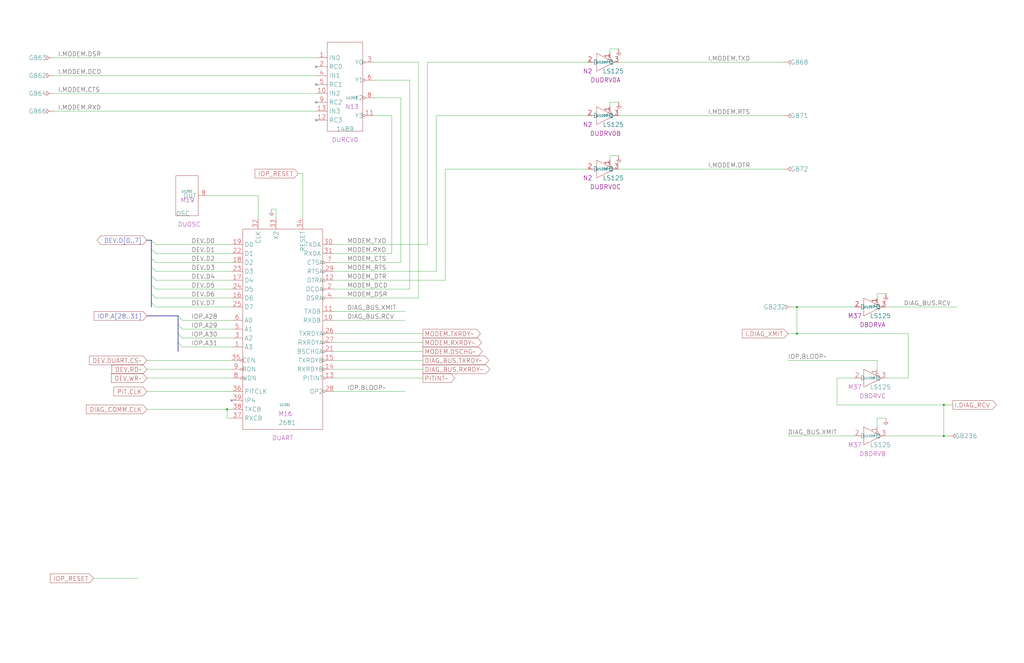
<source format=kicad_sch>
(kicad_sch (version 20220126) (generator eeschema)
  (paper "User" 584.2 378.46)
  (title_block (title "DEVICES\\nPIT / MODEM / DIAG BUS") (date "22-SEP-90") (rev "2.0") (comment 1 "IOC") (comment 2 "232-003061") (comment 3 "S400") (comment 4 "RELEASED"))
  (lib_symbols
    (symbol "r1000:1489" (pin_names (offset 1.016))
      (property "Reference" "U" (at 2.54 5.08 0))
      (property "Value" "1489" (at -6.35 -12.7 0))
      (property "Location" "___" (at -1.27 0 0))
      (property "Name" "______" (at -1.27 -20.32 0))
      (symbol "1489_1_1"
        (rectangle (start -11.43 36.83) (end 8.89 -13.97))
        (circle (center 9.525 -5.08) (radius 0.635))
        (circle (center 9.525 5.08) (radius 0.635))
        (circle (center 9.525 15.24) (radius 0.635))
        (circle (center 9.525 25.4) (radius 0.635))
        (pin input line (at -17.78 27.94 0) (length 6.35) (name "IN0") (number "1"))
        (pin input line (at -17.78 7.62 0) (length 6.35) (name "IN2") (number "10"))
        (pin output line (at 15.24 -5.08 180) (length 5.08) (name "Y3") (number "11"))
        (pin input line (at -17.78 -7.62 0) (length 6.35) (name "RC3") (number "12"))
        (pin input line (at -17.78 -2.54 0) (length 6.35) (name "IN3") (number "13"))
        (pin input line (at -17.78 22.86 0) (length 6.35) (name "RC0") (number "2"))
        (pin output line (at 15.24 25.4 180) (length 5.08) (name "Y0") (number "3"))
        (pin input line (at -17.78 17.78 0) (length 6.35) (name "IN1") (number "4"))
        (pin input line (at -17.78 12.7 0) (length 6.35) (name "RC1") (number "5"))
        (pin output line (at 15.24 15.24 180) (length 5.08) (name "Y1") (number "6"))
        (pin output line (at 15.24 5.08 180) (length 5.08) (name "Y2") (number "8"))
        (pin input line (at -17.78 2.54 0) (length 6.35) (name "RC2") (number "9"))
      )
    )
    (symbol "r1000:2681" (pin_names (offset 1.016))
      (property "Reference" "U" (at 2.54 5.08 0))
      (property "Value" "2681" (at -1.27 -5.08 0))
      (property "Location" "___" (at -1.27 0 0))
      (property "Name" "______" (at 1.27 -15.24 0))
      (symbol "2681_1_1"
        (circle (center -22.225 20.32) (radius 0.635))
        (circle (center -22.225 25.4) (radius 0.635))
        (circle (center -22.225 30.48) (radius 0.635))
        (rectangle (start -21.59 105.41) (end 24.13 -8.89))
        (circle (center 24.765 12.7) (radius 0.635))
        (circle (center 24.765 20.32) (radius 0.635))
        (circle (center 24.765 25.4) (radius 0.635))
        (circle (center 24.765 30.48) (radius 0.635))
        (circle (center 24.765 35.56) (radius 0.635))
        (circle (center 24.765 40.64) (radius 0.635))
        (circle (center 24.765 45.72) (radius 0.635))
        (circle (center 24.765 66.04) (radius 0.635))
        (circle (center 24.765 71.12) (radius 0.635))
        (circle (center 24.765 76.2) (radius 0.635))
        (circle (center 24.765 81.28) (radius 0.635))
        (circle (center 24.765 86.36) (radius 0.635))
        (pin input line (at -27.94 38.1 0) (length 6.35) (name "A3") (number "1"))
        (pin input line (at 30.48 53.34 180) (length 6.35) (name "RXDB") (number "10"))
        (pin output line (at 30.48 58.42 180) (length 6.35) (name "TXDB") (number "11"))
        (pin output line (at 30.48 76.2 180) (length 5.08) (name "DTRA") (number "12"))
        (pin output line (at 30.48 20.32 180) (length 5.08) (name "PITINT") (number "13"))
        (pin output line (at 30.48 25.4 180) (length 5.08) (name "RXRDYB") (number "14"))
        (pin output line (at 30.48 30.48 180) (length 5.08) (name "TXRDYB") (number "15"))
        (pin tri_state line (at -27.94 66.04 0) (length 6.35) (name "D6") (number "16"))
        (pin tri_state line (at -27.94 76.2 0) (length 6.35) (name "D4") (number "17"))
        (pin tri_state line (at -27.94 86.36 0) (length 6.35) (name "D2") (number "18"))
        (pin tri_state line (at -27.94 96.52 0) (length 6.35) (name "D0") (number "19"))
        (pin input line (at 30.48 71.12 180) (length 5.08) (name "DCDA") (number "2"))
        (pin output line (at 30.48 35.56 180) (length 5.08) (name "BSCHGA") (number "21"))
        (pin tri_state line (at -27.94 91.44 0) (length 6.35) (name "D1") (number "22"))
        (pin tri_state line (at -27.94 81.28 0) (length 6.35) (name "D3") (number "23"))
        (pin tri_state line (at -27.94 71.12 0) (length 6.35) (name "D5") (number "24"))
        (pin tri_state line (at -27.94 60.96 0) (length 6.35) (name "D7") (number "25"))
        (pin output line (at 30.48 45.72 180) (length 5.08) (name "TXRDYA") (number "26"))
        (pin output line (at 30.48 40.64 180) (length 5.08) (name "RXRDYA") (number "27"))
        (pin output line (at 30.48 12.7 180) (length 5.08) (name "OP2") (number "28"))
        (pin output line (at 30.48 81.28 180) (length 5.08) (name "RTSA") (number "29"))
        (pin input line (at -27.94 43.18 0) (length 6.35) (name "A2") (number "3"))
        (pin output line (at 30.48 96.52 180) (length 6.35) (name "TXDA") (number "30"))
        (pin input line (at 30.48 91.44 180) (length 6.35) (name "RXDA") (number "31"))
        (pin input line (at -12.7 111.76 270) (length 6.35) (name "CLK") (number "32"))
        (pin input line (at -2.54 111.76 270) (length 6.35) (name "X2") (number "33"))
        (pin input line (at 12.7 111.76 270) (length 6.35) (name "RESET") (number "34"))
        (pin input line (at -27.94 30.48 0) (length 5.08) (name "CEN") (number "35"))
        (pin input line (at -27.94 12.7 0) (length 6.35) (name "PITCLK") (number "36"))
        (pin input line (at -27.94 -2.54 0) (length 6.35) (name "RXCB") (number "37"))
        (pin input line (at -27.94 2.54 0) (length 6.35) (name "TXCB") (number "38"))
        (pin input line (at -27.94 7.62 0) (length 6.35) (name "IP4") (number "39"))
        (pin input line (at 30.48 66.04 180) (length 5.08) (name "DSRA") (number "4"))
        (pin input line (at -27.94 48.26 0) (length 6.35) (name "A1") (number "5"))
        (pin input line (at -27.94 53.34 0) (length 6.35) (name "A0") (number "6"))
        (pin input line (at 30.48 86.36 180) (length 5.08) (name "CTSA") (number "7"))
        (pin input line (at -27.94 20.32 0) (length 5.08) (name "WDN") (number "8"))
        (pin input line (at -27.94 25.4 0) (length 5.08) (name "RDN") (number "9"))
      )
    )
    (symbol "r1000:GB" (pin_numbers hide) (pin_names (offset 0) hide)
      (property "Reference" "GB" (at 3.81 0 0))
      (symbol "GB_0_1"
        (polyline (pts (xy 2.54 0) (xy 3.81 1.27) (xy 3.81 -1.27) (xy 2.54 0)) (stroke (width 0.1524)))
      )
      (symbol "GB_1_1"
        (pin bidirectional line (at 0 0 0) (length 2.54) (name "") (number "1"))
      )
    )
    (symbol "r1000:LS125"
      (property "Reference" "U" (at 0.635 0 0))
      (property "Value" "LS125" (at 6.985 -5.08 0))
      (property "Location" "___" (at -7.62 -5.08 0))
      (property "Name" "______" (at 2.54 -10.16 0))
      (symbol "LS125_0_1"
        (polyline (pts (xy -5.08 0) (xy -2.54 0)) (stroke (width 0.1524)))
        (polyline (pts (xy -2.54 5.08) (xy -2.54 -5.08)) (stroke (width 0.1524)))
        (polyline (pts (xy 7.62 0) (xy -2.54 -5.08)) (stroke (width 0.1524)))
        (polyline (pts (xy 7.62 0) (xy -2.54 5.08)) (stroke (width 0.1524)))
        (circle (center 5.08 1.905) (radius 0.635) (stroke (width 0.1524)))
      )
      (symbol "LS125_1_1"
        (pin input line (at 5.08 5.08 270) (length 2.54) (name "E") (number "1"))
        (pin input line (at -7.62 0 0) (length 2.54) (name "D") (number "2"))
        (pin tri_state line (at 10.16 0 180) (length 2.54) (name "Q") (number "3"))
      )
    )
    (symbol "r1000:OSC" (pin_names (offset 1.016))
      (property "Reference" "U" (at 2.54 5.08 0))
      (property "Value" "OSC" (at -3.81 -7.62 0))
      (property "Location" "___" (at -1.27 0 0))
      (property "Name" "______" (at 3.81 -15.24 0))
      (symbol "OSC_1_1"
        (rectangle (start -3.81 13.97) (end 8.89 -8.89))
        (pin output line (at 15.24 2.54 180) (length 6.35) (name "OUT") (number "8"))
      )
    )
    (symbol "r1000:PD" (power) (pin_numbers hide) (pin_names hide) (in_bom no)
      (symbol "PD_0_1"
        (polyline (pts (xy 0 -2.54) (xy 1.27 -2.54) (xy 0 -3.81) (xy -1.27 -2.54) (xy 0 -2.54)) (stroke (width 0.1524)))
      )
      (symbol "PD_1_1"
        (pin power_in line (at 0 0 270) (length 2.54) (name "PD") (number "1"))
      )
    )
  )
  (bus (pts (xy 101.6 180.34) (xy 101.6 185.42)))
  (bus (pts (xy 101.6 185.42) (xy 101.6 190.5)))
  (bus (pts (xy 101.6 190.5) (xy 101.6 195.58)))
  (bus (pts (xy 101.6 195.58) (xy 101.6 200.66)))
  (bus (pts (xy 83.82 137.16) (xy 86.36 137.16)))
  (bus (pts (xy 83.82 180.34) (xy 101.6 180.34)))
  (bus (pts (xy 86.36 137.16) (xy 86.36 142.24)))
  (bus (pts (xy 86.36 142.24) (xy 86.36 147.32)))
  (bus (pts (xy 86.36 147.32) (xy 86.36 152.4)))
  (bus (pts (xy 86.36 152.4) (xy 86.36 157.48)))
  (bus (pts (xy 86.36 157.48) (xy 86.36 162.56)))
  (bus (pts (xy 86.36 162.56) (xy 86.36 167.64)))
  (bus (pts (xy 86.36 167.64) (xy 86.36 172.72)))
  (bus (pts (xy 86.36 172.72) (xy 86.36 175.26)))
  (wire (pts (xy 104.14 182.88) (xy 132.08 182.88)))
  (wire (pts (xy 104.14 187.96) (xy 132.08 187.96)))
  (wire (pts (xy 104.14 193.04) (xy 132.08 193.04)))
  (wire (pts (xy 104.14 198.12) (xy 132.08 198.12)))
  (wire (pts (xy 119.38 111.76) (xy 147.32 111.76)))
  (wire (pts (xy 129.54 233.68) (xy 132.08 233.68)))
  (wire (pts (xy 129.54 238.76) (xy 129.54 233.68)))
  (wire (pts (xy 132.08 238.76) (xy 129.54 238.76)))
  (wire (pts (xy 147.32 111.76) (xy 147.32 124.46)))
  (wire (pts (xy 154.94 119.38) (xy 157.48 119.38)))
  (wire (pts (xy 157.48 119.38) (xy 157.48 124.46)))
  (wire (pts (xy 170.18 99.06) (xy 172.72 99.06)))
  (wire (pts (xy 172.72 99.06) (xy 172.72 124.46)))
  (wire (pts (xy 190.5 139.7) (xy 243.84 139.7)))
  (wire (pts (xy 190.5 144.78) (xy 223.52 144.78)))
  (wire (pts (xy 190.5 160.02) (xy 254 160.02)))
  (wire (pts (xy 190.5 165.1) (xy 233.68 165.1)))
  (wire (pts (xy 190.5 177.8) (xy 231.14 177.8)))
  (wire (pts (xy 190.5 182.88) (xy 231.14 182.88)))
  (wire (pts (xy 190.5 190.5) (xy 241.3 190.5)))
  (wire (pts (xy 190.5 195.58) (xy 241.3 195.58)))
  (wire (pts (xy 190.5 200.66) (xy 241.3 200.66)))
  (wire (pts (xy 190.5 205.74) (xy 241.3 205.74)))
  (wire (pts (xy 190.5 210.82) (xy 241.3 210.82)))
  (wire (pts (xy 190.5 215.9) (xy 241.3 215.9)))
  (wire (pts (xy 190.5 223.52) (xy 231.14 223.52)))
  (wire (pts (xy 213.36 35.56) (xy 238.76 35.56)))
  (wire (pts (xy 213.36 55.88) (xy 228.6 55.88)))
  (wire (pts (xy 223.52 144.78) (xy 223.52 66.04)))
  (wire (pts (xy 223.52 66.04) (xy 213.36 66.04)))
  (wire (pts (xy 228.6 149.86) (xy 190.5 149.86)))
  (wire (pts (xy 228.6 55.88) (xy 228.6 149.86)))
  (wire (pts (xy 233.68 165.1) (xy 233.68 45.72)))
  (wire (pts (xy 233.68 45.72) (xy 213.36 45.72)))
  (wire (pts (xy 238.76 170.18) (xy 190.5 170.18)))
  (wire (pts (xy 238.76 35.56) (xy 238.76 170.18)))
  (wire (pts (xy 243.84 139.7) (xy 243.84 35.56)))
  (wire (pts (xy 243.84 35.56) (xy 335.28 35.56)))
  (wire (pts (xy 248.92 154.94) (xy 190.5 154.94)))
  (wire (pts (xy 248.92 66.04) (xy 248.92 154.94)))
  (wire (pts (xy 254 160.02) (xy 254 96.52)))
  (wire (pts (xy 254 96.52) (xy 335.28 96.52)))
  (wire (pts (xy 30.48 33.02) (xy 180.34 33.02)))
  (wire (pts (xy 30.48 43.18) (xy 180.34 43.18)))
  (wire (pts (xy 30.48 53.34) (xy 180.34 53.34)))
  (wire (pts (xy 30.48 63.5) (xy 180.34 63.5)))
  (wire (pts (xy 335.28 66.04) (xy 248.92 66.04)))
  (wire (pts (xy 347.98 27.94) (xy 347.98 30.48)))
  (wire (pts (xy 347.98 58.42) (xy 347.98 60.96)))
  (wire (pts (xy 347.98 88.9) (xy 347.98 91.44)))
  (wire (pts (xy 353.06 27.94) (xy 347.98 27.94)))
  (wire (pts (xy 353.06 35.56) (xy 447.04 35.56)))
  (wire (pts (xy 353.06 58.42) (xy 347.98 58.42)))
  (wire (pts (xy 353.06 66.04) (xy 447.04 66.04)))
  (wire (pts (xy 353.06 88.9) (xy 347.98 88.9)))
  (wire (pts (xy 353.06 96.52) (xy 447.04 96.52)))
  (wire (pts (xy 449.58 190.5) (xy 454.66 190.5)))
  (wire (pts (xy 449.58 205.74) (xy 500.38 205.74)))
  (wire (pts (xy 449.58 248.92) (xy 487.68 248.92)))
  (wire (pts (xy 452.12 175.26) (xy 454.66 175.26)))
  (wire (pts (xy 454.66 175.26) (xy 454.66 190.5)))
  (wire (pts (xy 454.66 175.26) (xy 487.68 175.26)))
  (wire (pts (xy 454.66 190.5) (xy 518.16 190.5)))
  (wire (pts (xy 477.52 215.9) (xy 487.68 215.9)))
  (wire (pts (xy 477.52 231.14) (xy 477.52 215.9)))
  (wire (pts (xy 500.38 167.64) (xy 500.38 170.18)))
  (wire (pts (xy 500.38 205.74) (xy 500.38 210.82)))
  (wire (pts (xy 500.38 238.76) (xy 500.38 243.84)))
  (wire (pts (xy 505.46 167.64) (xy 500.38 167.64)))
  (wire (pts (xy 505.46 175.26) (xy 546.1 175.26)))
  (wire (pts (xy 505.46 238.76) (xy 500.38 238.76)))
  (wire (pts (xy 505.46 248.92) (xy 538.48 248.92)))
  (wire (pts (xy 518.16 190.5) (xy 518.16 215.9)))
  (wire (pts (xy 518.16 215.9) (xy 505.46 215.9)))
  (wire (pts (xy 53.34 330.2) (xy 78.74 330.2)))
  (wire (pts (xy 538.48 231.14) (xy 477.52 231.14)))
  (wire (pts (xy 538.48 231.14) (xy 543.56 231.14)))
  (wire (pts (xy 538.48 248.92) (xy 538.48 231.14)))
  (wire (pts (xy 538.48 248.92) (xy 541.02 248.92)))
  (wire (pts (xy 83.82 205.74) (xy 132.08 205.74)))
  (wire (pts (xy 83.82 210.82) (xy 132.08 210.82)))
  (wire (pts (xy 83.82 215.9) (xy 132.08 215.9)))
  (wire (pts (xy 83.82 223.52) (xy 132.08 223.52)))
  (wire (pts (xy 83.82 233.68) (xy 129.54 233.68)))
  (wire (pts (xy 88.9 139.7) (xy 132.08 139.7)))
  (wire (pts (xy 88.9 144.78) (xy 132.08 144.78)))
  (wire (pts (xy 88.9 149.86) (xy 132.08 149.86)))
  (wire (pts (xy 88.9 154.94) (xy 132.08 154.94)))
  (wire (pts (xy 88.9 160.02) (xy 132.08 160.02)))
  (wire (pts (xy 88.9 165.1) (xy 132.08 165.1)))
  (wire (pts (xy 88.9 170.18) (xy 132.08 170.18)))
  (wire (pts (xy 88.9 175.26) (xy 132.08 175.26)))
  (symbol (lib_id "r1000:GB") (at 30.48 33.02 0) (mirror y) (unit 1)
    (property "Reference" "GB63" (at 26.67 33.02 0) (effects (font (size 2.54 2.54)) (justify left)))
    (property "Value" "GB" (effects hide))
  )
  (symbol (lib_id "r1000:GB") (at 30.48 43.18 0) (mirror y) (unit 1)
    (property "Reference" "GB62" (at 26.67 43.18 0) (effects (font (size 2.54 2.54)) (justify left)))
    (property "Value" "GB" (effects hide))
  )
  (symbol (lib_id "r1000:GB") (at 30.48 53.34 0) (mirror y) (unit 1)
    (property "Reference" "GB64" (at 26.67 53.34 0) (effects (font (size 2.54 2.54)) (justify left)))
    (property "Value" "GB" (effects hide))
  )
  (symbol (lib_id "r1000:GB") (at 30.48 63.5 0) (mirror y) (unit 1)
    (property "Reference" "GB66" (at 26.67 63.5 0) (effects (font (size 2.54 2.54)) (justify left)))
    (property "Value" "GB" (effects hide))
  )
  (label "I.MODEM.DSR" (at 33.02 33.02 0) (effects (font (size 2.54 2.54))))
  (label "I.MODEM.DCD" (at 33.02 43.18 0) (effects (font (size 2.54 2.54))))
  (label "I.MODEM.CTS" (at 33.02 53.34 0) (effects (font (size 2.54 2.54))))
  (label "I.MODEM.RXD" (at 33.02 63.5 0) (effects (font (size 2.54 2.54))))
  (global_label "IOP_RESET" (shape input) (at 53.34 330.2 180) (effects (font (size 2.54 2.54))) (property "Intersheet References" "${INTERSHEET_REFS}" (at 28.2968 330.0413 0) (effects (font (size 1.905 1.905)) (justify right))))
  (global_label "DEV.D[0..7]" (shape bidirectional) (at 83.82 137.16 180) (effects (font (size 2.54 2.54))) (property "Intersheet References" "${INTERSHEET_REFS}" (at 57.2044 137.0013 0) (effects (font (size 1.905 1.905)) (justify right))))
  (global_label "IOP.A[28..31]" (shape input) (at 83.82 180.34 180) (effects (font (size 2.54 2.54))) (property "Intersheet References" "${INTERSHEET_REFS}" (at 53.334 180.1813 0) (effects (font (size 1.905 1.905)) (justify right))))
  (global_label "DEV.DUART.CS~" (shape input) (at 83.82 205.74 180) (effects (font (size 2.54 2.54))) (property "Intersheet References" "${INTERSHEET_REFS}" (at 50.552 205.5813 0) (effects (font (size 1.905 1.905)) (justify right))))
  (global_label "DEV.RD~" (shape input) (at 83.82 210.82 180) (effects (font (size 2.54 2.54))) (property "Intersheet References" "${INTERSHEET_REFS}" (at 63.494 210.6613 0) (effects (font (size 1.905 1.905)) (justify right))))
  (global_label "DEV.WR~" (shape input) (at 83.82 215.9 180) (effects (font (size 2.54 2.54))) (property "Intersheet References" "${INTERSHEET_REFS}" (at 63.1311 215.7413 0) (effects (font (size 1.905 1.905)) (justify right))))
  (global_label "PIT.CLK" (shape input) (at 83.82 223.52 180) (effects (font (size 2.54 2.54))) (property "Intersheet References" "${INTERSHEET_REFS}" (at 64.5825 223.3613 0) (effects (font (size 1.905 1.905)) (justify right))))
  (global_label "DIAG_COMM.CLK" (shape input) (at 83.82 233.68 180) (effects (font (size 2.54 2.54))) (property "Intersheet References" "${INTERSHEET_REFS}" (at 48.8587 233.5213 0) (effects (font (size 1.905 1.905)) (justify right))))
  (bus_entry (at 86.36 137.16) (size 2.54 2.54))
  (bus_entry (at 86.36 142.24) (size 2.54 2.54))
  (bus_entry (at 86.36 147.32) (size 2.54 2.54))
  (bus_entry (at 86.36 152.4) (size 2.54 2.54))
  (bus_entry (at 86.36 157.48) (size 2.54 2.54))
  (bus_entry (at 86.36 162.56) (size 2.54 2.54))
  (bus_entry (at 86.36 167.64) (size 2.54 2.54))
  (bus_entry (at 86.36 172.72) (size 2.54 2.54))
  (bus_entry (at 101.6 180.34) (size 2.54 2.54))
  (bus_entry (at 101.6 185.42) (size 2.54 2.54))
  (bus_entry (at 101.6 190.5) (size 2.54 2.54))
  (bus_entry (at 101.6 195.58) (size 2.54 2.54))
  (symbol (lib_id "r1000:OSC") (at 104.14 114.3 0) (unit 1)
    (property "Reference" "U1202" (at 106.68 109.22 0))
    (property "Value" "OSC" (at 100.33 121.92 0) (effects (font (size 2.54 2.54)) (justify left)))
    (property "Location" "M19" (at 102.87 114.3 0) (effects (font (size 2.54 2.54)) (justify left)))
    (property "Name" "DUOSC" (at 107.95 129.54 0) (effects (font (size 2.54 2.54)) (justify bottom)))
  )
  (label "DEV.D0" (at 109.22 139.7 0) (effects (font (size 2.54 2.54))))
  (label "DEV.D1" (at 109.22 144.78 0) (effects (font (size 2.54 2.54))))
  (label "DEV.D2" (at 109.22 149.86 0) (effects (font (size 2.54 2.54))))
  (label "DEV.D3" (at 109.22 154.94 0) (effects (font (size 2.54 2.54))))
  (label "DEV.D4" (at 109.22 160.02 0) (effects (font (size 2.54 2.54))))
  (label "DEV.D5" (at 109.22 165.1 0) (effects (font (size 2.54 2.54))))
  (label "DEV.D6" (at 109.22 170.18 0) (effects (font (size 2.54 2.54))))
  (label "DEV.D7" (at 109.22 175.26 0) (effects (font (size 2.54 2.54))))
  (label "IOP.A28" (at 109.22 182.88 0) (effects (font (size 2.54 2.54))))
  (label "IOP.A29" (at 109.22 187.96 0) (effects (font (size 2.54 2.54))))
  (label "IOP.A30" (at 109.22 193.04 0) (effects (font (size 2.54 2.54))))
  (label "IOP.A31" (at 109.22 198.12 0) (effects (font (size 2.54 2.54))))
  (junction (at 129.54 233.68))
  (no_connect (at 132.08 228.6))
  (symbol (lib_id "r1000:PD") (at 154.94 119.38 0) (unit 1) (in_bom no)
    (property "Reference" "#PWR01201" (effects hide))
    (property "Value" "PD" (effects hide))
  )
  (symbol (lib_id "r1000:2681") (at 160.02 236.22 0) (unit 1)
    (property "Reference" "U1201" (at 162.56 231.14 0))
    (property "Value" "2681" (at 158.75 241.3 0) (effects (font (size 2.54 2.54)) (justify left)))
    (property "Location" "M16" (at 158.75 236.22 0) (effects (font (size 2.54 2.54)) (justify left)))
    (property "Name" "DUART" (at 161.29 251.46 0) (effects (font (size 2.54 2.54)) (justify bottom)))
  )
  (global_label "IOP_RESET" (shape input) (at 170.18 99.06 180) (effects (font (size 2.54 2.54))) (property "Intersheet References" "${INTERSHEET_REFS}" (at 145.1368 98.9013 0) (effects (font (size 1.905 1.905)) (justify right))))
  (no_connect (at 180.34 38.1))
  (no_connect (at 180.34 48.26))
  (no_connect (at 180.34 58.42))
  (no_connect (at 180.34 68.58))
  (symbol (lib_id "r1000:1489") (at 198.12 60.96 0) (unit 1)
    (property "Reference" "U1203" (at 200.66 55.88 0))
    (property "Value" "1489" (at 191.77 73.66 0) (effects (font (size 2.54 2.54)) (justify left)))
    (property "Location" "N13" (at 196.85 60.96 0) (effects (font (size 2.54 2.54)) (justify left)))
    (property "Name" "DURCV0" (at 196.85 81.28 0) (effects (font (size 2.54 2.54)) (justify bottom)))
  )
  (label "MODEM_TXD" (at 198.12 139.7 0) (effects (font (size 2.54 2.54))))
  (label "MODEM.RXD" (at 198.12 144.78 0) (effects (font (size 2.54 2.54))))
  (label "MODEM_CTS" (at 198.12 149.86 0) (effects (font (size 2.54 2.54))))
  (label "MODEM_RTS" (at 198.12 154.94 0) (effects (font (size 2.54 2.54))))
  (label "MODEM_DTR" (at 198.12 160.02 0) (effects (font (size 2.54 2.54))))
  (label "MODEM_DCD" (at 198.12 165.1 0) (effects (font (size 2.54 2.54))))
  (label "MODEM_DSR" (at 198.12 170.18 0) (effects (font (size 2.54 2.54))))
  (label "DIAG_BUS.XMIT" (at 198.12 177.8 0) (effects (font (size 2.54 2.54))))
  (label "DIAG_BUS.RCV" (at 198.12 182.88 0) (effects (font (size 2.54 2.54))))
  (label "IOP.BLOOP~" (at 198.12 223.52 0) (effects (font (size 2.54 2.54))))
  (global_label "MODEM.TXRDY~" (shape output) (at 241.3 190.5 0) (effects (font (size 2.54 2.54))) (property "Intersheet References" "${INTERSHEET_REFS}" (at 274.447 190.3413 0) (effects (font (size 1.905 1.905)) (justify left))))
  (global_label "MODEM.RXRDY~" (shape output) (at 241.3 195.58 0) (effects (font (size 2.54 2.54))) (property "Intersheet References" "${INTERSHEET_REFS}" (at 275.0518 195.4213 0) (effects (font (size 1.905 1.905)) (justify left))))
  (global_label "MODEM.DSCHG~" (shape output) (at 241.3 200.66 0) (effects (font (size 2.54 2.54))) (property "Intersheet References" "${INTERSHEET_REFS}" (at 275.5356 200.5013 0) (effects (font (size 1.905 1.905)) (justify left))))
  (global_label "DIAG_BUS.TXRDY~" (shape output) (at 241.3 205.74 0) (effects (font (size 2.54 2.54))) (property "Intersheet References" "${INTERSHEET_REFS}" (at 279.1641 205.5813 0) (effects (font (size 1.905 1.905)) (justify left))))
  (global_label "DIAG_BUS.RXRDY~" (shape output) (at 241.3 210.82 0) (effects (font (size 2.54 2.54))) (property "Intersheet References" "${INTERSHEET_REFS}" (at 279.7689 210.6613 0) (effects (font (size 1.905 1.905)) (justify left))))
  (global_label "PITINT~" (shape output) (at 241.3 215.9 0) (effects (font (size 2.54 2.54))) (property "Intersheet References" "${INTERSHEET_REFS}" (at 259.8118 215.7413 0) (effects (font (size 1.905 1.905)) (justify left))))
  (symbol (lib_id "r1000:LS125") (at 342.9 35.56 0) (unit 1)
    (property "Reference" "U1204" (at 343.535 35.56 0))
    (property "Value" "LS125" (at 349.885 40.64 0) (effects (font (size 2.54 2.54))))
    (property "Location" "N2" (at 335.28 40.64 0) (effects (font (size 2.54 2.54))))
    (property "Name" "DUDRV0A" (at 345.44 45.72 0) (effects (font (size 2.54 2.54))))
  )
  (symbol (lib_id "r1000:LS125") (at 342.9 66.04 0) (unit 1)
    (property "Reference" "U1205" (at 343.535 66.04 0))
    (property "Value" "LS125" (at 349.885 71.12 0) (effects (font (size 2.54 2.54))))
    (property "Location" "N2" (at 335.28 71.12 0) (effects (font (size 2.54 2.54))))
    (property "Name" "DUDRV0B" (at 345.44 76.2 0) (effects (font (size 2.54 2.54))))
  )
  (symbol (lib_id "r1000:LS125") (at 342.9 96.52 0) (unit 1)
    (property "Reference" "U1206" (at 343.535 96.52 0))
    (property "Value" "LS125" (at 349.885 101.6 0) (effects (font (size 2.54 2.54))))
    (property "Location" "N2" (at 335.28 101.6 0) (effects (font (size 2.54 2.54))))
    (property "Name" "DUDRV0C" (at 345.44 106.68 0) (effects (font (size 2.54 2.54))))
  )
  (symbol (lib_id "r1000:PD") (at 353.06 27.94 0) (unit 1) (in_bom no)
    (property "Reference" "#PWR01202" (effects hide))
    (property "Value" "PD" (effects hide))
  )
  (symbol (lib_id "r1000:PD") (at 353.06 58.42 0) (unit 1) (in_bom no)
    (property "Reference" "#PWR01203" (effects hide))
    (property "Value" "PD" (effects hide))
  )
  (symbol (lib_id "r1000:PD") (at 353.06 88.9 0) (unit 1) (in_bom no)
    (property "Reference" "#PWR01204" (effects hide))
    (property "Value" "PD" (effects hide))
  )
  (label "I.MODEM.TXD" (at 403.86 35.56 0) (effects (font (size 2.54 2.54))))
  (label "I.MODEM.RTS" (at 403.86 66.04 0) (effects (font (size 2.54 2.54))))
  (label "I.MODEM.DTR" (at 403.86 96.52 0) (effects (font (size 2.54 2.54))))
  (symbol (lib_id "r1000:GB") (at 447.04 35.56 0) (unit 1)
    (property "Reference" "GB68" (at 450.85 35.56 0) (effects (font (size 2.54 2.54)) (justify left)))
    (property "Value" "GB" (effects hide))
  )
  (symbol (lib_id "r1000:GB") (at 447.04 66.04 0) (unit 1)
    (property "Reference" "GB71" (at 450.85 66.04 0) (effects (font (size 2.54 2.54)) (justify left)))
    (property "Value" "GB" (effects hide))
  )
  (symbol (lib_id "r1000:GB") (at 447.04 96.52 0) (unit 1)
    (property "Reference" "GB72" (at 450.85 96.52 0) (effects (font (size 2.54 2.54)) (justify left)))
    (property "Value" "GB" (effects hide))
  )
  (global_label "I.DIAG_XMIT" (shape input) (at 449.58 190.5 180) (effects (font (size 2.54 2.54))) (property "Intersheet References" "${INTERSHEET_REFS}" (at 423.0854 190.3413 0) (effects (font (size 1.905 1.905)) (justify right))))
  (label "IOP.BLOOP~" (at 449.58 205.74 0) (effects (font (size 2.54 2.54))))
  (label "DIAG_BUS.XMIT" (at 449.58 248.92 0) (effects (font (size 2.54 2.54))))
  (symbol (lib_id "r1000:GB") (at 452.12 175.26 0) (mirror y) (unit 1)
    (property "Reference" "GB232" (at 448.31 175.26 0) (effects (font (size 2.54 2.54)) (justify left)))
    (property "Value" "GB" (effects hide))
  )
  (junction (at 454.66 175.26))
  (junction (at 454.66 190.5))
  (symbol (lib_id "r1000:LS125") (at 495.3 175.26 0) (unit 1)
    (property "Reference" "U1207" (at 495.935 175.26 0))
    (property "Value" "LS125" (at 502.285 180.34 0) (effects (font (size 2.54 2.54))))
    (property "Location" "M37" (at 487.68 180.34 0) (effects (font (size 2.54 2.54))))
    (property "Name" "DBDRVA" (at 497.84 185.42 0) (effects (font (size 2.54 2.54))))
  )
  (symbol (lib_id "r1000:LS125") (at 495.3 215.9 0) (unit 1)
    (property "Reference" "U1208" (at 495.935 215.9 0))
    (property "Value" "LS125" (at 502.285 220.98 0) (effects (font (size 2.54 2.54))))
    (property "Location" "M37" (at 487.68 220.98 0) (effects (font (size 2.54 2.54))))
    (property "Name" "DBDRVC" (at 497.84 226.06 0) (effects (font (size 2.54 2.54))))
  )
  (symbol (lib_id "r1000:LS125") (at 495.3 248.92 0) (unit 1)
    (property "Reference" "U1209" (at 495.935 248.92 0))
    (property "Value" "LS125" (at 502.285 254 0) (effects (font (size 2.54 2.54))))
    (property "Location" "M37" (at 487.68 254 0) (effects (font (size 2.54 2.54))))
    (property "Name" "DBDRVB" (at 497.84 259.08 0) (effects (font (size 2.54 2.54))))
  )
  (symbol (lib_id "r1000:PD") (at 505.46 167.64 0) (unit 1) (in_bom no)
    (property "Reference" "#PWR01205" (effects hide))
    (property "Value" "PD" (effects hide))
  )
  (symbol (lib_id "r1000:PD") (at 505.46 238.76 0) (unit 1) (in_bom no)
    (property "Reference" "#PWR01206" (effects hide))
    (property "Value" "PD" (effects hide))
  )
  (label "DIAG_BUS.RCV" (at 515.62 175.26 0) (effects (font (size 2.54 2.54))))
  (junction (at 538.48 231.14))
  (junction (at 538.48 248.92))
  (symbol (lib_id "r1000:GB") (at 541.02 248.92 0) (unit 1)
    (property "Reference" "GB236" (at 544.83 248.92 0) (effects (font (size 2.54 2.54)) (justify left)))
    (property "Value" "GB" (effects hide))
  )
  (global_label "I.DIAG_RCV" (shape output) (at 543.56 231.14 0) (effects (font (size 2.54 2.54))) (property "Intersheet References" "${INTERSHEET_REFS}" (at 568.8451 230.9813 0) (effects (font (size 1.905 1.905)) (justify left))))
)
</source>
